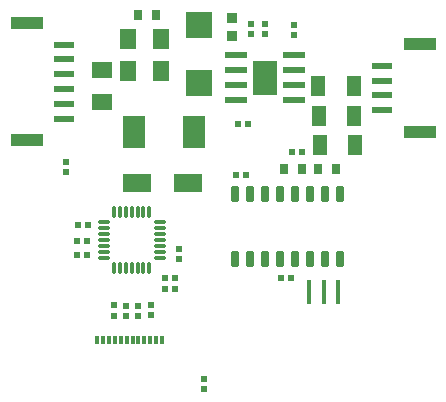
<source format=gtp>
G04*
G04 #@! TF.GenerationSoftware,Altium Limited,Altium Designer,21.6.1 (37)*
G04*
G04 Layer_Color=8421504*
%FSLAX44Y44*%
%MOMM*%
G71*
G04*
G04 #@! TF.SameCoordinates,AB913235-39AF-487D-A657-736D3B4B6386*
G04*
G04*
G04 #@! TF.FilePolarity,Positive*
G04*
G01*
G75*
%ADD16R,0.9300X0.8900*%
%ADD17R,0.6000X0.5600*%
%ADD18R,0.5400X0.6000*%
%ADD19R,0.7000X0.9000*%
%ADD20R,1.1500X1.8200*%
%ADD21R,1.9700X0.6000*%
%ADD22R,2.1300X3.0000*%
%ADD23R,2.3000X2.2000*%
%ADD24R,1.3800X1.8200*%
%ADD25R,1.9050X2.7940*%
%ADD26R,1.8200X1.3800*%
%ADD27R,2.3300X1.5600*%
G04:AMPARAMS|DCode=28|XSize=1.01mm|YSize=0.27mm|CornerRadius=0.0675mm|HoleSize=0mm|Usage=FLASHONLY|Rotation=90.000|XOffset=0mm|YOffset=0mm|HoleType=Round|Shape=RoundedRectangle|*
%AMROUNDEDRECTD28*
21,1,1.0100,0.1350,0,0,90.0*
21,1,0.8750,0.2700,0,0,90.0*
1,1,0.1350,0.0675,0.4375*
1,1,0.1350,0.0675,-0.4375*
1,1,0.1350,-0.0675,-0.4375*
1,1,0.1350,-0.0675,0.4375*
%
%ADD28ROUNDEDRECTD28*%
G04:AMPARAMS|DCode=29|XSize=1.01mm|YSize=0.27mm|CornerRadius=0.0675mm|HoleSize=0mm|Usage=FLASHONLY|Rotation=180.000|XOffset=0mm|YOffset=0mm|HoleType=Round|Shape=RoundedRectangle|*
%AMROUNDEDRECTD29*
21,1,1.0100,0.1350,0,0,180.0*
21,1,0.8750,0.2700,0,0,180.0*
1,1,0.1350,-0.4375,0.0675*
1,1,0.1350,0.4375,0.0675*
1,1,0.1350,0.4375,-0.0675*
1,1,0.1350,-0.4375,-0.0675*
%
%ADD29ROUNDEDRECTD29*%
%ADD30R,0.5600X0.6000*%
%ADD31R,0.6000X0.5400*%
%ADD32R,0.4000X2.0000*%
%ADD33R,0.3200X0.7000*%
G04:AMPARAMS|DCode=34|XSize=1.31mm|YSize=0.62mm|CornerRadius=0.0775mm|HoleSize=0mm|Usage=FLASHONLY|Rotation=90.000|XOffset=0mm|YOffset=0mm|HoleType=Round|Shape=RoundedRectangle|*
%AMROUNDEDRECTD34*
21,1,1.3100,0.4650,0,0,90.0*
21,1,1.1550,0.6200,0,0,90.0*
1,1,0.1550,0.2325,0.5775*
1,1,0.1550,0.2325,-0.5775*
1,1,0.1550,-0.2325,-0.5775*
1,1,0.1550,-0.2325,0.5775*
%
%ADD34ROUNDEDRECTD34*%
%ADD35R,2.7000X1.0000*%
%ADD36R,1.7000X0.6000*%
%ADD37R,1.7000X0.6000*%
%ADD38R,2.7000X1.0000*%
G36*
X332300Y211500D02*
X325300D01*
Y222900D01*
X332300D01*
Y211500D01*
D02*
G37*
G36*
X341700D02*
X334700D01*
Y222900D01*
X341700D01*
Y211500D01*
D02*
G37*
G36*
X332300Y225300D02*
X325300D01*
Y236700D01*
X332300D01*
Y225300D01*
D02*
G37*
G36*
X341700D02*
X334700D01*
Y236700D01*
X341700D01*
Y225300D01*
D02*
G37*
D16*
X305250Y274950D02*
D03*
Y259550D02*
D03*
D17*
X321500Y269600D02*
D03*
Y260900D02*
D03*
X333250D02*
D03*
Y269600D02*
D03*
X357500Y260150D02*
D03*
Y268850D02*
D03*
X164500Y153350D02*
D03*
Y144650D02*
D03*
X215500Y31350D02*
D03*
Y22650D02*
D03*
X205250Y31600D02*
D03*
Y22900D02*
D03*
X226250Y31350D02*
D03*
Y22650D02*
D03*
X260500Y70400D02*
D03*
Y79100D02*
D03*
X281500Y-30650D02*
D03*
Y-39350D02*
D03*
D18*
X310180Y185000D02*
D03*
X318820D02*
D03*
X364820Y161250D02*
D03*
X356180D02*
D03*
X257570Y55000D02*
D03*
X248930D02*
D03*
Y45250D02*
D03*
X257570D02*
D03*
X355570Y54750D02*
D03*
X346930D02*
D03*
X308680Y142000D02*
D03*
X317320D02*
D03*
D19*
X364500Y147000D02*
D03*
X349500D02*
D03*
X378500Y147000D02*
D03*
X393500D02*
D03*
X226000Y277500D02*
D03*
X241000D02*
D03*
D20*
X379900Y167500D02*
D03*
X409600D02*
D03*
X379050Y191750D02*
D03*
X408750D02*
D03*
X378650Y217250D02*
D03*
X408350D02*
D03*
D21*
X358250Y205050D02*
D03*
Y217750D02*
D03*
Y230450D02*
D03*
Y243150D02*
D03*
X308750D02*
D03*
Y230450D02*
D03*
Y217750D02*
D03*
Y205050D02*
D03*
D22*
X333500Y224100D02*
D03*
D23*
X277250Y220000D02*
D03*
Y269000D02*
D03*
D24*
X244940Y256750D02*
D03*
X217560D02*
D03*
X244940Y229750D02*
D03*
X217560D02*
D03*
D25*
X222600Y178750D02*
D03*
X273400D02*
D03*
D26*
X195000Y203560D02*
D03*
Y230940D02*
D03*
D27*
X267900Y134750D02*
D03*
X225100D02*
D03*
D28*
X205480Y63420D02*
D03*
X210480D02*
D03*
X215480D02*
D03*
X220480D02*
D03*
X225480D02*
D03*
X230480D02*
D03*
X235480D02*
D03*
Y110620D02*
D03*
X230480D02*
D03*
X225480D02*
D03*
X220480D02*
D03*
X215480D02*
D03*
X210480D02*
D03*
X205480D02*
D03*
D29*
X244080Y72020D02*
D03*
Y77020D02*
D03*
Y82020D02*
D03*
Y87020D02*
D03*
Y92020D02*
D03*
Y97020D02*
D03*
Y102020D02*
D03*
X196880D02*
D03*
Y97020D02*
D03*
Y92020D02*
D03*
Y87020D02*
D03*
Y82020D02*
D03*
Y77020D02*
D03*
Y72020D02*
D03*
D30*
X174650Y99750D02*
D03*
X183350D02*
D03*
X173900Y86000D02*
D03*
X182600D02*
D03*
X173900Y74250D02*
D03*
X182600D02*
D03*
D31*
X237000Y31820D02*
D03*
Y23180D02*
D03*
D32*
X395000Y43250D02*
D03*
X383000D02*
D03*
X371000D02*
D03*
D33*
X246250Y2100D02*
D03*
X241250D02*
D03*
X236250D02*
D03*
X231250D02*
D03*
X226250D02*
D03*
X221250D02*
D03*
X216250D02*
D03*
X211250D02*
D03*
X206250D02*
D03*
X201250D02*
D03*
X196250D02*
D03*
X191250D02*
D03*
D34*
X320500Y70500D02*
D03*
X345900Y125500D02*
D03*
X307800Y70500D02*
D03*
X333200D02*
D03*
X345900D02*
D03*
X333200Y125500D02*
D03*
X358600D02*
D03*
X371300D02*
D03*
Y70500D02*
D03*
X396700Y125500D02*
D03*
X358600Y70500D02*
D03*
X384000D02*
D03*
Y125500D02*
D03*
X396700Y70500D02*
D03*
X320500Y125500D02*
D03*
X307800D02*
D03*
D35*
X464250Y178250D02*
D03*
Y252750D02*
D03*
D36*
X432250Y209250D02*
D03*
Y196750D02*
D03*
Y221750D02*
D03*
Y234250D02*
D03*
D37*
X163500Y252250D02*
D03*
Y239750D02*
D03*
Y227250D02*
D03*
Y214750D02*
D03*
Y202250D02*
D03*
Y189750D02*
D03*
D38*
X131500Y171250D02*
D03*
Y270750D02*
D03*
M02*

</source>
